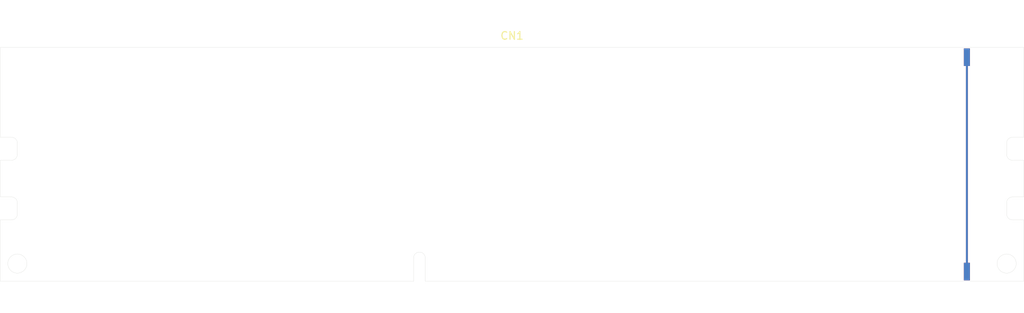
<source format=kicad_pcb>
(kicad_pcb (version 20211014) (generator pcbnew)
  (title_block (title "DDR3-DIMM") (date "2022-06-20") (rev "v01.0") (comment 2 "creativecommons.org/licenses/by/4.0") (comment 3 "License: CC BY 4.0") (comment 4 "Author: Husni Faiz"))
  (layers (0 "F.Cu" signal) (31 "B.Cu" signal) (34 "B.Paste" user) (35 "F.Paste" user) (36 "B.SilkS" user "B.Silkscreen") (37 "F.SilkS" user "F.Silkscreen") (38 "B.Mask" user) (39 "F.Mask" user) (44 "Edge.Cuts" user))
  (net 0 "")
  (net 1 "unconnected-(CN1-Pad1)")
  (net 2 "unconnected-(CN1-Pad2)")
  (footprint "DIMM:ICMDDR3-DIMM" (layer "F.Cu") (at 152.4 101.6)
    (fp_text reference "CN1" (at 0 -16.764 unlocked) (layer "F.SilkS"))
    (fp_text value "DDR3")
    (pad "1" smd rect (at 59.2836 13.97) (size 0.7874 2.286) (layers "F.Cu" "F.Paste" "F.Mask") (net 1 "unconnected-(CN1-Pad1)"))
    (pad "1" smd rect (at 59.2836 -13.97) (size 0.7874 2.286) (layers "F.Cu" "F.Paste" "F.Mask") (net 1 "unconnected-(CN1-Pad1)"))
    (pad "2" smd rect (at 59.2836 13.97) (size 0.7874 2.286) (layers "B.Cu" "F.Paste" "F.Mask") (net 2 "unconnected-(CN1-Pad2)"))
    (pad "2" smd rect (at 59.2836 -13.97) (size 0.7874 2.286) (layers "B.Cu" "F.Paste" "F.Mask") (net 2 "unconnected-(CN1-Pad2)"))
  )
  (gr_line (start 85.725 116.84) (end 85.725 108.839) (layer "Edge.Cuts") (width 0.0254))
  (gr_circle (center 216.8652 114.5286) (end 218.1098 114.5286) (layer "Edge.Cuts") (width 0.0254) (fill none))
  (gr_arc (start 216.8652 98.806) (mid 217.093645 98.279885) (end 217.6272 98.0694) (layer "Edge.Cuts") (width 0.0254))
  (gr_line (start 219.075 105.8418) (end 219.075 101.0666) (layer "Edge.Cuts") (width 0.0254))
  (gr_line (start 87.9348 108.077) (end 87.9348 106.6038) (layer "Edge.Cuts") (width 0.0254))
  (gr_arc (start 87.9348 100.3046) (mid 87.711615 100.843415) (end 87.1728 101.0666) (layer "Edge.Cuts") (width 0.0254))
  (gr_arc (start 87.9348 108.077) (mid 87.711615 108.615815) (end 87.1728 108.839) (layer "Edge.Cuts") (width 0.0254))
  (gr_line (start 219.075 116.84) (end 219.075 108.839) (layer "Edge.Cuts") (width 0.0254))
  (gr_line (start 217.6272 101.0666) (end 219.075 101.0666) (layer "Edge.Cuts") (width 0.0254))
  (gr_line (start 87.1728 108.839) (end 85.725 108.839) (layer "Edge.Cuts") (width 0.0254))
  (gr_line (start 87.1728 105.8418) (end 85.725 105.8418) (layer "Edge.Cuts") (width 0.0254))
  (gr_line (start 217.6272 105.8418) (end 219.075 105.8418) (layer "Edge.Cuts") (width 0.0254))
  (gr_arc (start 217.6272 101.0666) (mid 217.088385 100.843415) (end 216.8652 100.3046) (layer "Edge.Cuts") (width 0.0254))
  (gr_line (start 217.6272 98.0694) (end 219.075 98.0694) (layer "Edge.Cuts") (width 0.0254))
  (gr_line (start 216.8652 106.6038) (end 216.8652 108.077) (layer "Edge.Cuts") (width 0.0254))
  (gr_arc (start 217.6272 108.839) (mid 217.088385 108.615815) (end 216.8652 108.077) (layer "Edge.Cuts") (width 0.0254))
  (gr_arc (start 216.8652 106.6038) (mid 217.088385 106.064985) (end 217.6272 105.8418) (layer "Edge.Cuts") (width 0.0254))
  (gr_line (start 85.725 105.8418) (end 85.725 101.0666) (layer "Edge.Cuts") (width 0.0254))
  (gr_line (start 85.725 98.0694) (end 85.725 86.36) (layer "Edge.Cuts") (width 0.0254))
  (gr_line (start 219.075 116.84) (end 141.097 116.84) (layer "Edge.Cuts") (width 0.0254))
  (gr_arc (start 87.1728 98.0694) (mid 87.706355 98.279885) (end 87.9348 98.806) (layer "Edge.Cuts") (width 0.0254))
  (gr_line (start 219.075 86.36) (end 219.075 98.0694) (layer "Edge.Cuts") (width 0.0254))
  (gr_line (start 139.573 116.84) (end 85.725 116.84) (layer "Edge.Cuts") (width 0.0254))
  (gr_circle (center 87.9348 114.5286) (end 89.1794 114.5286) (layer "Edge.Cuts") (width 0.0254) (fill none))
  (gr_line (start 139.573 116.84) (end 139.573 113.792) (layer "Edge.Cuts") (width 0.0254))
  (gr_line (start 87.1728 98.0694) (end 85.725 98.0694) (layer "Edge.Cuts") (width 0.0254))
  (gr_line (start 87.1728 101.0666) (end 85.725 101.0666) (layer "Edge.Cuts") (width 0.0254))
  (gr_arc (start 87.1728 105.8418) (mid 87.711615 106.064985) (end 87.9348 106.6038) (layer "Edge.Cuts") (width 0.0254))
  (gr_line (start 141.097 116.84) (end 141.097 113.792) (layer "Edge.Cuts") (width 0.0254))
  (gr_line (start 216.8652 98.806) (end 216.8652 100.3046) (layer "Edge.Cuts") (width 0.0254))
  (gr_line (start 85.725 86.36) (end 219.075 86.36) (layer "Edge.Cuts") (width 0.0254))
  (gr_line (start 217.6272 108.839) (end 219.075 108.839) (layer "Edge.Cuts") (width 0.0254))
  (gr_arc (start 139.573 113.792) (mid 140.335 113.03) (end 141.097 113.792) (layer "Edge.Cuts") (width 0.0254))
  (gr_line (start 87.9348 100.3046) (end 87.9348 98.806) (layer "Edge.Cuts") (width 0.0254))
  (segment (start 211.6836 87.63) (end 211.6836 115.57) (width 0.25) (layer "F.Cu") (net 1))
  (segment (start 211.6836 87.63) (end 211.6836 115.57) (width 0.25) (layer "B.Cu") (net 2))
)
</source>
